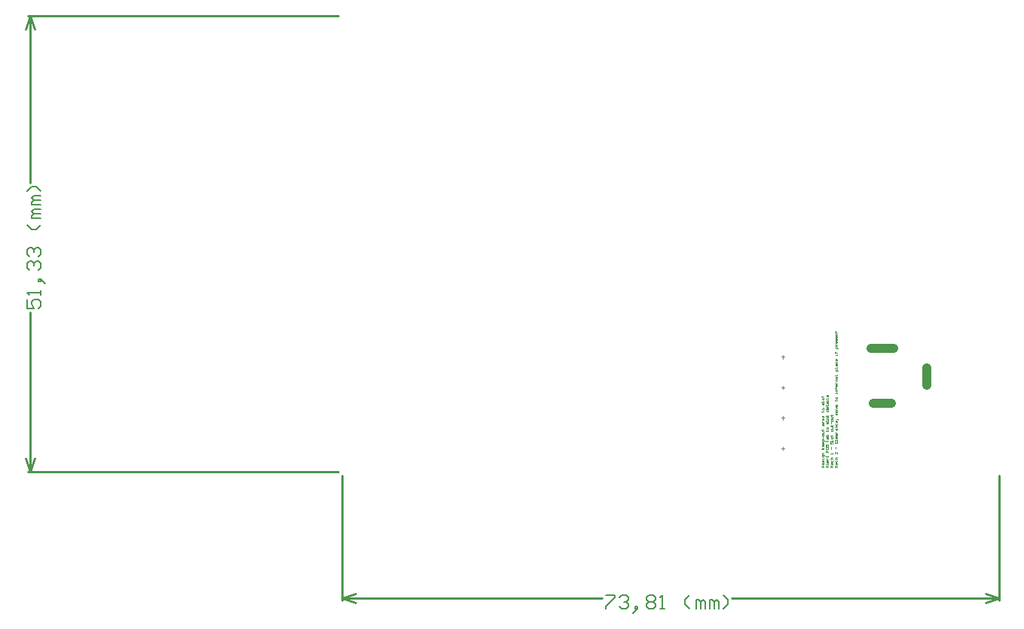
<source format=gm1>
%FSLAX25Y25*%
%MOIN*%
G70*
G01*
G75*
G04 Layer_Color=16711935*
%ADD10C,0.09843*%
%ADD11R,0.05906X0.04331*%
%ADD12R,0.04331X0.05906*%
%ADD13R,0.11811X0.07874*%
%ADD14R,0.19685X0.11811*%
%ADD15O,0.01378X0.05512*%
%ADD16R,0.07874X0.11811*%
%ADD17R,0.11811X0.19685*%
%ADD18R,0.11811X0.03937*%
%ADD19R,0.19685X0.07874*%
%ADD20R,0.03543X0.03937*%
%ADD21R,0.10236X0.16142*%
%ADD22R,0.03937X0.03543*%
%ADD23O,0.02362X0.05906*%
G04:AMPARAMS|DCode=24|XSize=39.37mil|YSize=78.74mil|CornerRadius=9.84mil|HoleSize=0mil|Usage=FLASHONLY|Rotation=0.000|XOffset=0mil|YOffset=0mil|HoleType=Round|Shape=RoundedRectangle|*
%AMROUNDEDRECTD24*
21,1,0.03937,0.05906,0,0,0.0*
21,1,0.01969,0.07874,0,0,0.0*
1,1,0.01969,0.00984,-0.02953*
1,1,0.01969,-0.00984,-0.02953*
1,1,0.01969,-0.00984,0.02953*
1,1,0.01969,0.00984,0.02953*
%
%ADD24ROUNDEDRECTD24*%
G04:AMPARAMS|DCode=25|XSize=2559.05mil|YSize=551.18mil|CornerRadius=137.8mil|HoleSize=0mil|Usage=FLASHONLY|Rotation=0.000|XOffset=0mil|YOffset=0mil|HoleType=Round|Shape=RoundedRectangle|*
%AMROUNDEDRECTD25*
21,1,2.55905,0.27559,0,0,0.0*
21,1,2.28347,0.55118,0,0,0.0*
1,1,0.27559,1.14173,-0.13780*
1,1,0.27559,-1.14173,-0.13780*
1,1,0.27559,-1.14173,0.13780*
1,1,0.27559,1.14173,0.13780*
%
%ADD25ROUNDEDRECTD25*%
%ADD26R,0.09449X0.10827*%
%ADD27C,0.01575*%
%ADD28C,0.01969*%
%ADD29C,0.03937*%
%ADD30C,0.01181*%
%ADD31C,0.00984*%
%ADD32C,0.05906*%
%ADD33R,0.05906X0.05906*%
%ADD34O,0.17716X0.07874*%
%ADD35O,0.15748X0.07874*%
%ADD36O,0.07874X0.15748*%
%ADD37C,0.05906*%
%ADD38C,0.03543*%
%ADD39C,0.03937*%
%ADD40C,0.03150*%
%ADD41C,0.12992*%
%ADD42C,0.01000*%
%ADD43C,0.00394*%
%ADD44C,0.00600*%
%ADD45C,0.00118*%
D29*
X235063Y30528D02*
X242937D01*
X258685Y38402D02*
Y46276D01*
X234079Y54937D02*
X243921D01*
D42*
X290583Y-57000D02*
Y-1591D01*
X0Y-57000D02*
Y-1591D01*
X172283Y-56000D02*
X290583D01*
X0D02*
X115100D01*
X284583Y-54000D02*
X290583Y-56000D01*
X284583Y-58000D02*
X290583Y-56000D01*
X0D02*
X6000Y-58000D01*
X0Y-56000D02*
X6000Y-54000D01*
X-139000Y202102D02*
X-1591D01*
X-139000Y0D02*
X-1591D01*
X-138000Y128042D02*
Y202102D01*
Y0D02*
Y70860D01*
X-140000Y196102D02*
X-138000Y202102D01*
X-136000Y196102D01*
X-138000Y0D02*
X-136000Y6000D01*
X-140000D02*
X-138000Y0D01*
D43*
X195000Y50213D02*
Y51787D01*
X194213Y51000D02*
X195787D01*
X195000Y36713D02*
Y38287D01*
X194213Y37500D02*
X195787D01*
X195000Y23213D02*
Y24787D01*
X194213Y24000D02*
X195787D01*
X195000Y9713D02*
Y11287D01*
X194213Y10500D02*
X195787D01*
D44*
X116700Y-54601D02*
X120699D01*
Y-55600D01*
X116700Y-59599D01*
Y-60599D01*
X122698Y-55600D02*
X123698Y-54601D01*
X125697D01*
X126697Y-55600D01*
Y-56600D01*
X125697Y-57600D01*
X124697D01*
X125697D01*
X126697Y-58599D01*
Y-59599D01*
X125697Y-60599D01*
X123698D01*
X122698Y-59599D01*
X129696Y-61598D02*
X130695Y-60599D01*
Y-59599D01*
X129696D01*
Y-60599D01*
X130695D01*
X129696Y-61598D01*
X128696Y-62598D01*
X134694Y-55600D02*
X135694Y-54601D01*
X137693D01*
X138693Y-55600D01*
Y-56600D01*
X137693Y-57600D01*
X138693Y-58599D01*
Y-59599D01*
X137693Y-60599D01*
X135694D01*
X134694Y-59599D01*
Y-58599D01*
X135694Y-57600D01*
X134694Y-56600D01*
Y-55600D01*
X135694Y-57600D02*
X137693D01*
X140692Y-60599D02*
X142692D01*
X141692D01*
Y-54601D01*
X140692Y-55600D01*
X153688Y-60599D02*
X151689Y-58599D01*
Y-56600D01*
X153688Y-54601D01*
X156687Y-60599D02*
Y-56600D01*
X157687D01*
X158686Y-57600D01*
Y-60599D01*
Y-57600D01*
X159686Y-56600D01*
X160686Y-57600D01*
Y-60599D01*
X162685D02*
Y-56600D01*
X163685D01*
X164684Y-57600D01*
Y-60599D01*
Y-57600D01*
X165684Y-56600D01*
X166684Y-57600D01*
Y-60599D01*
X168683D02*
X170683Y-58599D01*
Y-56600D01*
X168683Y-54601D01*
X-139399Y76459D02*
Y72460D01*
X-136400D01*
X-137400Y74459D01*
Y75459D01*
X-136400Y76459D01*
X-134401D01*
X-133401Y75459D01*
Y73460D01*
X-134401Y72460D01*
X-133401Y78458D02*
Y80457D01*
Y79458D01*
X-139399D01*
X-138400Y78458D01*
X-132402Y84456D02*
X-133401Y85456D01*
X-134401D01*
Y84456D01*
X-133401D01*
Y85456D01*
X-132402Y84456D01*
X-131402Y83456D01*
X-138400Y89454D02*
X-139399Y90454D01*
Y92453D01*
X-138400Y93453D01*
X-137400D01*
X-136400Y92453D01*
Y91454D01*
Y92453D01*
X-135401Y93453D01*
X-134401D01*
X-133401Y92453D01*
Y90454D01*
X-134401Y89454D01*
X-138400Y95452D02*
X-139399Y96452D01*
Y98452D01*
X-138400Y99451D01*
X-137400D01*
X-136400Y98452D01*
Y97452D01*
Y98452D01*
X-135401Y99451D01*
X-134401D01*
X-133401Y98452D01*
Y96452D01*
X-134401Y95452D01*
X-133401Y109448D02*
X-135401Y107449D01*
X-137400D01*
X-139399Y109448D01*
X-133401Y112447D02*
X-137400D01*
Y113447D01*
X-136400Y114446D01*
X-133401D01*
X-136400D01*
X-137400Y115446D01*
X-136400Y116446D01*
X-133401D01*
Y118445D02*
X-137400D01*
Y119445D01*
X-136400Y120444D01*
X-133401D01*
X-136400D01*
X-137400Y121444D01*
X-136400Y122444D01*
X-133401D01*
Y124443D02*
X-135401Y126442D01*
X-137400D01*
X-139399Y124443D01*
D45*
X219056Y2126D02*
X217875D01*
X218268Y2520D01*
X217875Y2913D01*
X219056D01*
Y3897D02*
Y3503D01*
X218859Y3307D01*
X218465D01*
X218268Y3503D01*
Y3897D01*
X218465Y4094D01*
X218662D01*
Y3307D01*
X218268Y5275D02*
Y4684D01*
X218465Y4487D01*
X218859D01*
X219056Y4684D01*
Y5275D01*
X217875Y5668D02*
X219056D01*
X218465D01*
X218268Y5865D01*
Y6259D01*
X218465Y6455D01*
X219056D01*
Y8817D02*
Y8030D01*
X218268Y8817D01*
X218072D01*
X217875Y8620D01*
Y8226D01*
X218072Y8030D01*
X218465Y10391D02*
Y11178D01*
X218072Y13540D02*
X217875Y13343D01*
Y12949D01*
X218072Y12753D01*
X218859D01*
X219056Y12949D01*
Y13343D01*
X218859Y13540D01*
X219056Y13933D02*
Y14327D01*
Y14130D01*
X217875D01*
Y13933D01*
X219056Y15507D02*
Y15114D01*
X218859Y14917D01*
X218465D01*
X218268Y15114D01*
Y15507D01*
X218465Y15704D01*
X218662D01*
Y14917D01*
X218268Y16295D02*
Y16688D01*
X218465Y16885D01*
X219056D01*
Y16295D01*
X218859Y16098D01*
X218662Y16295D01*
Y16885D01*
X218268Y17279D02*
X219056D01*
X218662D01*
X218465Y17475D01*
X218268Y17672D01*
Y17869D01*
Y18656D02*
Y19050D01*
X218465Y19246D01*
X219056D01*
Y18656D01*
X218859Y18459D01*
X218662Y18656D01*
Y19246D01*
X219056Y19640D02*
X218268D01*
Y20230D01*
X218465Y20427D01*
X219056D01*
X218268Y21608D02*
Y21017D01*
X218465Y20821D01*
X218859D01*
X219056Y21017D01*
Y21608D01*
Y22592D02*
Y22198D01*
X218859Y22001D01*
X218465D01*
X218268Y22198D01*
Y22592D01*
X218465Y22789D01*
X218662D01*
Y22001D01*
X219252Y23379D02*
X219056Y23576D01*
X218859D01*
Y23379D01*
X219056D01*
Y23576D01*
X219252Y23379D01*
X219449Y23182D01*
X219056Y25544D02*
X218268D01*
Y25740D01*
X218465Y25937D01*
X219056D01*
X218465D01*
X218268Y26134D01*
X218465Y26331D01*
X219056D01*
Y26921D02*
Y27315D01*
X218859Y27512D01*
X218465D01*
X218268Y27315D01*
Y26921D01*
X218465Y26724D01*
X218859D01*
X219056Y26921D01*
X218268Y27905D02*
X219056Y28299D01*
X218268Y28692D01*
X219056Y29676D02*
Y29283D01*
X218859Y29086D01*
X218465D01*
X218268Y29283D01*
Y29676D01*
X218465Y29873D01*
X218662D01*
Y29086D01*
X218072Y31644D02*
X218268D01*
Y31447D01*
Y31841D01*
Y31644D01*
X218859D01*
X219056Y31841D01*
Y32628D02*
Y33022D01*
X218859Y33218D01*
X218465D01*
X218268Y33022D01*
Y32628D01*
X218465Y32431D01*
X218859D01*
X219056Y32628D01*
Y34793D02*
Y35186D01*
Y34989D01*
X218268D01*
Y34793D01*
X219056Y35776D02*
X218268D01*
Y36367D01*
X218465Y36564D01*
X219056D01*
X218072Y37154D02*
X218268D01*
Y36957D01*
Y37351D01*
Y37154D01*
X218859D01*
X219056Y37351D01*
Y38532D02*
Y38138D01*
X218859Y37941D01*
X218465D01*
X218268Y38138D01*
Y38532D01*
X218465Y38728D01*
X218662D01*
Y37941D01*
X218268Y39122D02*
X219056D01*
X218662D01*
X218465Y39319D01*
X218268Y39515D01*
Y39712D01*
X219056Y40303D02*
X218268D01*
Y40893D01*
X218465Y41090D01*
X219056D01*
X218268Y41680D02*
Y42074D01*
X218465Y42270D01*
X219056D01*
Y41680D01*
X218859Y41483D01*
X218662Y41680D01*
Y42270D01*
X219056Y42664D02*
Y43058D01*
Y42861D01*
X217875D01*
Y42664D01*
X219449Y44829D02*
X218268D01*
Y45419D01*
X218465Y45616D01*
X218859D01*
X219056Y45419D01*
Y44829D01*
Y46009D02*
Y46403D01*
Y46206D01*
X217875D01*
Y46009D01*
X218268Y47190D02*
Y47584D01*
X218465Y47780D01*
X219056D01*
Y47190D01*
X218859Y46993D01*
X218662Y47190D01*
Y47780D01*
X219056Y48174D02*
X218268D01*
Y48764D01*
X218465Y48961D01*
X219056D01*
Y49945D02*
Y49551D01*
X218859Y49355D01*
X218465D01*
X218268Y49551D01*
Y49945D01*
X218465Y50142D01*
X218662D01*
Y49355D01*
X219056Y51716D02*
Y52110D01*
Y51913D01*
X218268D01*
Y51716D01*
X219056Y52897D02*
X218072D01*
X218465D01*
Y52700D01*
Y53094D01*
Y52897D01*
X218072D01*
X217875Y53094D01*
X219449Y54865D02*
X218268D01*
Y55455D01*
X218465Y55652D01*
X218859D01*
X219056Y55455D01*
Y54865D01*
X218268Y56046D02*
X219056D01*
X218662D01*
X218465Y56242D01*
X218268Y56439D01*
Y56636D01*
X219056Y57817D02*
Y57423D01*
X218859Y57226D01*
X218465D01*
X218268Y57423D01*
Y57817D01*
X218465Y58013D01*
X218662D01*
Y57226D01*
X219056Y58407D02*
Y58997D01*
X218859Y59194D01*
X218662Y58997D01*
Y58604D01*
X218465Y58407D01*
X218268Y58604D01*
Y59194D01*
X219056Y60178D02*
Y59785D01*
X218859Y59588D01*
X218465D01*
X218268Y59785D01*
Y60178D01*
X218465Y60375D01*
X218662D01*
Y59588D01*
X219056Y60768D02*
X218268D01*
Y61359D01*
X218465Y61555D01*
X219056D01*
X218072Y62146D02*
X218268D01*
Y61949D01*
Y62343D01*
Y62146D01*
X218859D01*
X219056Y62343D01*
X217087Y2126D02*
X215906D01*
X216300Y2520D01*
X215906Y2913D01*
X217087D01*
Y3897D02*
Y3503D01*
X216890Y3307D01*
X216497D01*
X216300Y3503D01*
Y3897D01*
X216497Y4094D01*
X216693D01*
Y3307D01*
X216300Y5275D02*
Y4684D01*
X216497Y4487D01*
X216890D01*
X217087Y4684D01*
Y5275D01*
X215906Y5668D02*
X217087D01*
X216497D01*
X216300Y5865D01*
Y6259D01*
X216497Y6455D01*
X217087D01*
Y8030D02*
Y8423D01*
Y8226D01*
X215906D01*
X216103Y8030D01*
X216497Y10194D02*
Y10981D01*
X216103Y13343D02*
X215906Y13146D01*
Y12753D01*
X216103Y12556D01*
X216300D01*
X216497Y12753D01*
Y13146D01*
X216693Y13343D01*
X216890D01*
X217087Y13146D01*
Y12753D01*
X216890Y12556D01*
X217087Y13736D02*
Y14130D01*
Y13933D01*
X215906D01*
Y13736D01*
X217087Y14917D02*
Y15311D01*
X216890Y15507D01*
X216497D01*
X216300Y15311D01*
Y14917D01*
X216497Y14720D01*
X216890D01*
X217087Y14917D01*
X216103Y16098D02*
X216300D01*
Y15901D01*
Y16295D01*
Y16098D01*
X216890D01*
X217087Y16295D01*
X216300Y18853D02*
Y18262D01*
X216497Y18066D01*
X216890D01*
X217087Y18262D01*
Y18853D01*
X216300Y19246D02*
X216890D01*
X217087Y19443D01*
Y20034D01*
X216300D01*
X216103Y20624D02*
X216300D01*
Y20427D01*
Y20821D01*
Y20624D01*
X216890D01*
X217087Y20821D01*
X216497Y21411D02*
Y22198D01*
X217087Y22789D02*
Y23182D01*
X216890Y23379D01*
X216497D01*
X216300Y23182D01*
Y22789D01*
X216497Y22592D01*
X216890D01*
X217087Y22789D01*
X216300Y23773D02*
X216890D01*
X217087Y23969D01*
Y24560D01*
X216300D01*
X216103Y25150D02*
X216300D01*
Y24953D01*
Y25347D01*
Y25150D01*
X216890D01*
X217087Y25347D01*
X213150Y2126D02*
X212363D01*
X211969Y2520D01*
X212363Y2913D01*
X213150D01*
X212560D01*
Y2126D01*
X213150Y3307D02*
Y3897D01*
X212953Y4094D01*
X212756Y3897D01*
Y3503D01*
X212560Y3307D01*
X212363Y3503D01*
Y4094D01*
X213150Y4487D02*
Y5078D01*
X212953Y5275D01*
X212756Y5078D01*
Y4684D01*
X212560Y4487D01*
X212363Y4684D01*
Y5275D01*
X213150Y5668D02*
Y6062D01*
Y5865D01*
X212363D01*
Y5668D01*
X213544Y7046D02*
Y7242D01*
X213347Y7439D01*
X212363D01*
Y6849D01*
X212560Y6652D01*
X212953D01*
X213150Y6849D01*
Y7439D01*
Y7833D02*
X212363D01*
Y8423D01*
X212560Y8620D01*
X213150D01*
Y10194D02*
X211969D01*
X212756D02*
X212363Y10785D01*
X212756Y10194D02*
X213150Y10785D01*
Y11965D02*
Y11572D01*
X212953Y11375D01*
X212560D01*
X212363Y11572D01*
Y11965D01*
X212560Y12162D01*
X212756D01*
Y11375D01*
X213150Y13146D02*
Y12753D01*
X212953Y12556D01*
X212560D01*
X212363Y12753D01*
Y13146D01*
X212560Y13343D01*
X212756D01*
Y12556D01*
X213544Y13736D02*
X212363D01*
Y14327D01*
X212560Y14524D01*
X212953D01*
X213150Y14327D01*
Y13736D01*
X212560Y14917D02*
Y15704D01*
X213150Y16295D02*
Y16688D01*
X212953Y16885D01*
X212560D01*
X212363Y16688D01*
Y16295D01*
X212560Y16098D01*
X212953D01*
X213150Y16295D01*
X212363Y17279D02*
X212953D01*
X213150Y17475D01*
Y18066D01*
X212363D01*
X212166Y18656D02*
X212363D01*
Y18459D01*
Y18853D01*
Y18656D01*
X212953D01*
X213150Y18853D01*
X212363Y20821D02*
Y21214D01*
X212560Y21411D01*
X213150D01*
Y20821D01*
X212953Y20624D01*
X212756Y20821D01*
Y21411D01*
X212363Y21805D02*
X213150D01*
X212756D01*
X212560Y22001D01*
X212363Y22198D01*
Y22395D01*
X213150Y23576D02*
Y23182D01*
X212953Y22985D01*
X212560D01*
X212363Y23182D01*
Y23576D01*
X212560Y23773D01*
X212756D01*
Y22985D01*
X212363Y24363D02*
Y24756D01*
X212560Y24953D01*
X213150D01*
Y24363D01*
X212953Y24166D01*
X212756Y24363D01*
Y24953D01*
X212166Y26724D02*
X212363D01*
Y26528D01*
Y26921D01*
Y26724D01*
X212953D01*
X213150Y26921D01*
Y27708D02*
Y28102D01*
X212953Y28299D01*
X212560D01*
X212363Y28102D01*
Y27708D01*
X212560Y27512D01*
X212953D01*
X213150Y27708D01*
Y29873D02*
Y30463D01*
X212953Y30660D01*
X212756Y30463D01*
Y30070D01*
X212560Y29873D01*
X212363Y30070D01*
Y30660D01*
X213150Y31054D02*
Y31447D01*
Y31250D01*
X211969D01*
Y31054D01*
X213150Y32234D02*
Y32628D01*
X212953Y32825D01*
X212560D01*
X212363Y32628D01*
Y32234D01*
X212560Y32037D01*
X212953D01*
X213150Y32234D01*
X212166Y33415D02*
X212363D01*
Y33218D01*
Y33612D01*
Y33415D01*
X212953D01*
X213150Y33612D01*
X215119Y2126D02*
X214331D01*
X213938Y2520D01*
X214331Y2913D01*
X215119D01*
X214528D01*
Y2126D01*
X215119Y3307D02*
Y3700D01*
Y3503D01*
X213938D01*
Y3307D01*
X215119Y4881D02*
Y4487D01*
X214922Y4291D01*
X214528D01*
X214331Y4487D01*
Y4881D01*
X214528Y5078D01*
X214725D01*
Y4291D01*
X214331Y5471D02*
X215119D01*
X214725D01*
X214528Y5668D01*
X214331Y5865D01*
Y6062D01*
X214135Y6849D02*
X214331D01*
Y6652D01*
Y7046D01*
Y6849D01*
X214922D01*
X215119Y7046D01*
Y8817D02*
X213938D01*
Y9407D01*
X214135Y9604D01*
X214528D01*
X214725Y9407D01*
Y8817D01*
X214135Y10785D02*
X213938Y10588D01*
Y10194D01*
X214135Y9997D01*
X214922D01*
X215119Y10194D01*
Y10588D01*
X214922Y10785D01*
X213938Y11178D02*
X215119D01*
Y11768D01*
X214922Y11965D01*
X214725D01*
X214528Y11768D01*
Y11178D01*
Y11768D01*
X214331Y11965D01*
X214135D01*
X213938Y11768D01*
Y11178D01*
X215119Y13736D02*
X214135D01*
X214528D01*
Y13540D01*
Y13933D01*
Y13736D01*
X214135D01*
X213938Y13933D01*
X214331Y14720D02*
Y15114D01*
X214528Y15311D01*
X215119D01*
Y14720D01*
X214922Y14524D01*
X214725Y14720D01*
Y15311D01*
X213938Y15704D02*
X215119D01*
Y16295D01*
X214922Y16491D01*
X214725D01*
X214528D01*
X214331Y16295D01*
Y15704D01*
X214135Y18262D02*
X214331D01*
Y18066D01*
Y18459D01*
Y18262D01*
X214922D01*
X215119Y18459D01*
Y19246D02*
Y19640D01*
X214922Y19837D01*
X214528D01*
X214331Y19640D01*
Y19246D01*
X214528Y19050D01*
X214922D01*
X215119Y19246D01*
Y21411D02*
Y22001D01*
X214922Y22198D01*
X214725Y22001D01*
Y21608D01*
X214528Y21411D01*
X214331Y21608D01*
Y22198D01*
X215119Y22592D02*
Y22985D01*
Y22789D01*
X213938D01*
Y22592D01*
X215119Y23773D02*
Y24166D01*
X214922Y24363D01*
X214528D01*
X214331Y24166D01*
Y23773D01*
X214528Y23576D01*
X214922D01*
X215119Y23773D01*
X214135Y24953D02*
X214331D01*
Y24756D01*
Y25150D01*
Y24953D01*
X214922D01*
X215119Y25150D01*
X213938Y27708D02*
X215119D01*
Y27118D01*
X214922Y26921D01*
X214528D01*
X214331Y27118D01*
Y27708D01*
X215119Y28692D02*
Y28299D01*
X214922Y28102D01*
X214528D01*
X214331Y28299D01*
Y28692D01*
X214528Y28889D01*
X214725D01*
Y28102D01*
X214135Y29479D02*
X214331D01*
Y29283D01*
Y29676D01*
Y29479D01*
X214922D01*
X215119Y29676D01*
X214331Y30463D02*
Y30857D01*
X214528Y31054D01*
X215119D01*
Y30463D01*
X214922Y30266D01*
X214725Y30463D01*
Y31054D01*
X215119Y31447D02*
Y31841D01*
Y31644D01*
X214331D01*
Y31447D01*
X215119Y32431D02*
Y32825D01*
Y32628D01*
X213938D01*
Y32431D01*
X215119Y33415D02*
Y34005D01*
X214922Y34202D01*
X214725Y34005D01*
Y33612D01*
X214528Y33415D01*
X214331Y33612D01*
Y34202D01*
M02*

</source>
